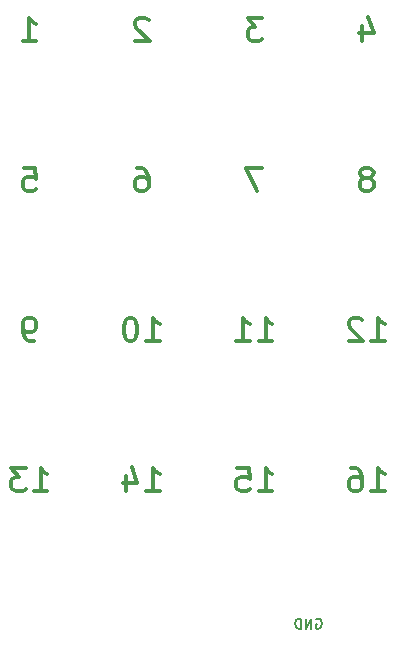
<source format=gbr>
%TF.GenerationSoftware,KiCad,Pcbnew,(6.0.8)*%
%TF.CreationDate,2022-11-01T17:44:15+01:00*%
%TF.ProjectId,BURC_16SwitchEncoder_JRFormat,42555243-5f31-4365-9377-69746368456e,v1.0*%
%TF.SameCoordinates,Original*%
%TF.FileFunction,Legend,Bot*%
%TF.FilePolarity,Positive*%
%FSLAX46Y46*%
G04 Gerber Fmt 4.6, Leading zero omitted, Abs format (unit mm)*
G04 Created by KiCad (PCBNEW (6.0.8)) date 2022-11-01 17:44:15*
%MOMM*%
%LPD*%
G01*
G04 APERTURE LIST*
%ADD10C,0.310000*%
%ADD11C,0.170000*%
G04 APERTURE END LIST*
D10*
X162940952Y-119649761D02*
X164083809Y-119649761D01*
X163512380Y-119649761D02*
X163512380Y-117649761D01*
X163702857Y-117935476D01*
X163893333Y-118125952D01*
X164083809Y-118221190D01*
X161226666Y-117649761D02*
X161607619Y-117649761D01*
X161798095Y-117745000D01*
X161893333Y-117840238D01*
X162083809Y-118125952D01*
X162179047Y-118506904D01*
X162179047Y-119268809D01*
X162083809Y-119459285D01*
X161988571Y-119554523D01*
X161798095Y-119649761D01*
X161417142Y-119649761D01*
X161226666Y-119554523D01*
X161131428Y-119459285D01*
X161036190Y-119268809D01*
X161036190Y-118792619D01*
X161131428Y-118602142D01*
X161226666Y-118506904D01*
X161417142Y-118411666D01*
X161798095Y-118411666D01*
X161988571Y-118506904D01*
X162083809Y-118602142D01*
X162179047Y-118792619D01*
D11*
X158261119Y-130488000D02*
X158340166Y-130448476D01*
X158458738Y-130448476D01*
X158577309Y-130488000D01*
X158656357Y-130567047D01*
X158695880Y-130646095D01*
X158735404Y-130804190D01*
X158735404Y-130922761D01*
X158695880Y-131080857D01*
X158656357Y-131159904D01*
X158577309Y-131238952D01*
X158458738Y-131278476D01*
X158379690Y-131278476D01*
X158261119Y-131238952D01*
X158221595Y-131199428D01*
X158221595Y-130922761D01*
X158379690Y-130922761D01*
X157865880Y-131278476D02*
X157865880Y-130448476D01*
X157391595Y-131278476D01*
X157391595Y-130448476D01*
X156996357Y-131278476D02*
X156996357Y-130448476D01*
X156798738Y-130448476D01*
X156680166Y-130488000D01*
X156601119Y-130567047D01*
X156561595Y-130646095D01*
X156522071Y-130804190D01*
X156522071Y-130922761D01*
X156561595Y-131080857D01*
X156601119Y-131159904D01*
X156680166Y-131238952D01*
X156798738Y-131278476D01*
X156996357Y-131278476D01*
D10*
X153701666Y-79549761D02*
X152463571Y-79549761D01*
X153130238Y-80311666D01*
X152844523Y-80311666D01*
X152654047Y-80406904D01*
X152558809Y-80502142D01*
X152463571Y-80692619D01*
X152463571Y-81168809D01*
X152558809Y-81359285D01*
X152654047Y-81454523D01*
X152844523Y-81549761D01*
X153415952Y-81549761D01*
X153606428Y-81454523D01*
X153701666Y-81359285D01*
X162179047Y-80216428D02*
X162179047Y-81549761D01*
X162655238Y-79454523D02*
X163131428Y-80883095D01*
X161893333Y-80883095D01*
X144081428Y-79740238D02*
X143986190Y-79645000D01*
X143795714Y-79549761D01*
X143319523Y-79549761D01*
X143129047Y-79645000D01*
X143033809Y-79740238D01*
X142938571Y-79930714D01*
X142938571Y-80121190D01*
X143033809Y-80406904D01*
X144176666Y-81549761D01*
X142938571Y-81549761D01*
X153415952Y-119649761D02*
X154558809Y-119649761D01*
X153987380Y-119649761D02*
X153987380Y-117649761D01*
X154177857Y-117935476D01*
X154368333Y-118125952D01*
X154558809Y-118221190D01*
X151606428Y-117649761D02*
X152558809Y-117649761D01*
X152654047Y-118602142D01*
X152558809Y-118506904D01*
X152368333Y-118411666D01*
X151892142Y-118411666D01*
X151701666Y-118506904D01*
X151606428Y-118602142D01*
X151511190Y-118792619D01*
X151511190Y-119268809D01*
X151606428Y-119459285D01*
X151701666Y-119554523D01*
X151892142Y-119649761D01*
X152368333Y-119649761D01*
X152558809Y-119554523D01*
X152654047Y-119459285D01*
X133413571Y-81549761D02*
X134556428Y-81549761D01*
X133985000Y-81549761D02*
X133985000Y-79549761D01*
X134175476Y-79835476D01*
X134365952Y-80025952D01*
X134556428Y-80121190D01*
X134365952Y-106949761D02*
X133985000Y-106949761D01*
X133794523Y-106854523D01*
X133699285Y-106759285D01*
X133508809Y-106473571D01*
X133413571Y-106092619D01*
X133413571Y-105330714D01*
X133508809Y-105140238D01*
X133604047Y-105045000D01*
X133794523Y-104949761D01*
X134175476Y-104949761D01*
X134365952Y-105045000D01*
X134461190Y-105140238D01*
X134556428Y-105330714D01*
X134556428Y-105806904D01*
X134461190Y-105997380D01*
X134365952Y-106092619D01*
X134175476Y-106187857D01*
X133794523Y-106187857D01*
X133604047Y-106092619D01*
X133508809Y-105997380D01*
X133413571Y-105806904D01*
X134365952Y-119649761D02*
X135508809Y-119649761D01*
X134937380Y-119649761D02*
X134937380Y-117649761D01*
X135127857Y-117935476D01*
X135318333Y-118125952D01*
X135508809Y-118221190D01*
X133699285Y-117649761D02*
X132461190Y-117649761D01*
X133127857Y-118411666D01*
X132842142Y-118411666D01*
X132651666Y-118506904D01*
X132556428Y-118602142D01*
X132461190Y-118792619D01*
X132461190Y-119268809D01*
X132556428Y-119459285D01*
X132651666Y-119554523D01*
X132842142Y-119649761D01*
X133413571Y-119649761D01*
X133604047Y-119554523D01*
X133699285Y-119459285D01*
X133508809Y-92249761D02*
X134461190Y-92249761D01*
X134556428Y-93202142D01*
X134461190Y-93106904D01*
X134270714Y-93011666D01*
X133794523Y-93011666D01*
X133604047Y-93106904D01*
X133508809Y-93202142D01*
X133413571Y-93392619D01*
X133413571Y-93868809D01*
X133508809Y-94059285D01*
X133604047Y-94154523D01*
X133794523Y-94249761D01*
X134270714Y-94249761D01*
X134461190Y-94154523D01*
X134556428Y-94059285D01*
X162750476Y-93106904D02*
X162940952Y-93011666D01*
X163036190Y-92916428D01*
X163131428Y-92725952D01*
X163131428Y-92630714D01*
X163036190Y-92440238D01*
X162940952Y-92345000D01*
X162750476Y-92249761D01*
X162369523Y-92249761D01*
X162179047Y-92345000D01*
X162083809Y-92440238D01*
X161988571Y-92630714D01*
X161988571Y-92725952D01*
X162083809Y-92916428D01*
X162179047Y-93011666D01*
X162369523Y-93106904D01*
X162750476Y-93106904D01*
X162940952Y-93202142D01*
X163036190Y-93297380D01*
X163131428Y-93487857D01*
X163131428Y-93868809D01*
X163036190Y-94059285D01*
X162940952Y-94154523D01*
X162750476Y-94249761D01*
X162369523Y-94249761D01*
X162179047Y-94154523D01*
X162083809Y-94059285D01*
X161988571Y-93868809D01*
X161988571Y-93487857D01*
X162083809Y-93297380D01*
X162179047Y-93202142D01*
X162369523Y-93106904D01*
X153701666Y-92249761D02*
X152368333Y-92249761D01*
X153225476Y-94249761D01*
X143129047Y-92249761D02*
X143510000Y-92249761D01*
X143700476Y-92345000D01*
X143795714Y-92440238D01*
X143986190Y-92725952D01*
X144081428Y-93106904D01*
X144081428Y-93868809D01*
X143986190Y-94059285D01*
X143890952Y-94154523D01*
X143700476Y-94249761D01*
X143319523Y-94249761D01*
X143129047Y-94154523D01*
X143033809Y-94059285D01*
X142938571Y-93868809D01*
X142938571Y-93392619D01*
X143033809Y-93202142D01*
X143129047Y-93106904D01*
X143319523Y-93011666D01*
X143700476Y-93011666D01*
X143890952Y-93106904D01*
X143986190Y-93202142D01*
X144081428Y-93392619D01*
X143890952Y-119649761D02*
X145033809Y-119649761D01*
X144462380Y-119649761D02*
X144462380Y-117649761D01*
X144652857Y-117935476D01*
X144843333Y-118125952D01*
X145033809Y-118221190D01*
X142176666Y-118316428D02*
X142176666Y-119649761D01*
X142652857Y-117554523D02*
X143129047Y-118983095D01*
X141890952Y-118983095D01*
X153415952Y-106949761D02*
X154558809Y-106949761D01*
X153987380Y-106949761D02*
X153987380Y-104949761D01*
X154177857Y-105235476D01*
X154368333Y-105425952D01*
X154558809Y-105521190D01*
X151511190Y-106949761D02*
X152654047Y-106949761D01*
X152082619Y-106949761D02*
X152082619Y-104949761D01*
X152273095Y-105235476D01*
X152463571Y-105425952D01*
X152654047Y-105521190D01*
X143890952Y-106949761D02*
X145033809Y-106949761D01*
X144462380Y-106949761D02*
X144462380Y-104949761D01*
X144652857Y-105235476D01*
X144843333Y-105425952D01*
X145033809Y-105521190D01*
X142652857Y-104949761D02*
X142462380Y-104949761D01*
X142271904Y-105045000D01*
X142176666Y-105140238D01*
X142081428Y-105330714D01*
X141986190Y-105711666D01*
X141986190Y-106187857D01*
X142081428Y-106568809D01*
X142176666Y-106759285D01*
X142271904Y-106854523D01*
X142462380Y-106949761D01*
X142652857Y-106949761D01*
X142843333Y-106854523D01*
X142938571Y-106759285D01*
X143033809Y-106568809D01*
X143129047Y-106187857D01*
X143129047Y-105711666D01*
X143033809Y-105330714D01*
X142938571Y-105140238D01*
X142843333Y-105045000D01*
X142652857Y-104949761D01*
X162940952Y-106949761D02*
X164083809Y-106949761D01*
X163512380Y-106949761D02*
X163512380Y-104949761D01*
X163702857Y-105235476D01*
X163893333Y-105425952D01*
X164083809Y-105521190D01*
X162179047Y-105140238D02*
X162083809Y-105045000D01*
X161893333Y-104949761D01*
X161417142Y-104949761D01*
X161226666Y-105045000D01*
X161131428Y-105140238D01*
X161036190Y-105330714D01*
X161036190Y-105521190D01*
X161131428Y-105806904D01*
X162274285Y-106949761D01*
X161036190Y-106949761D01*
M02*

</source>
